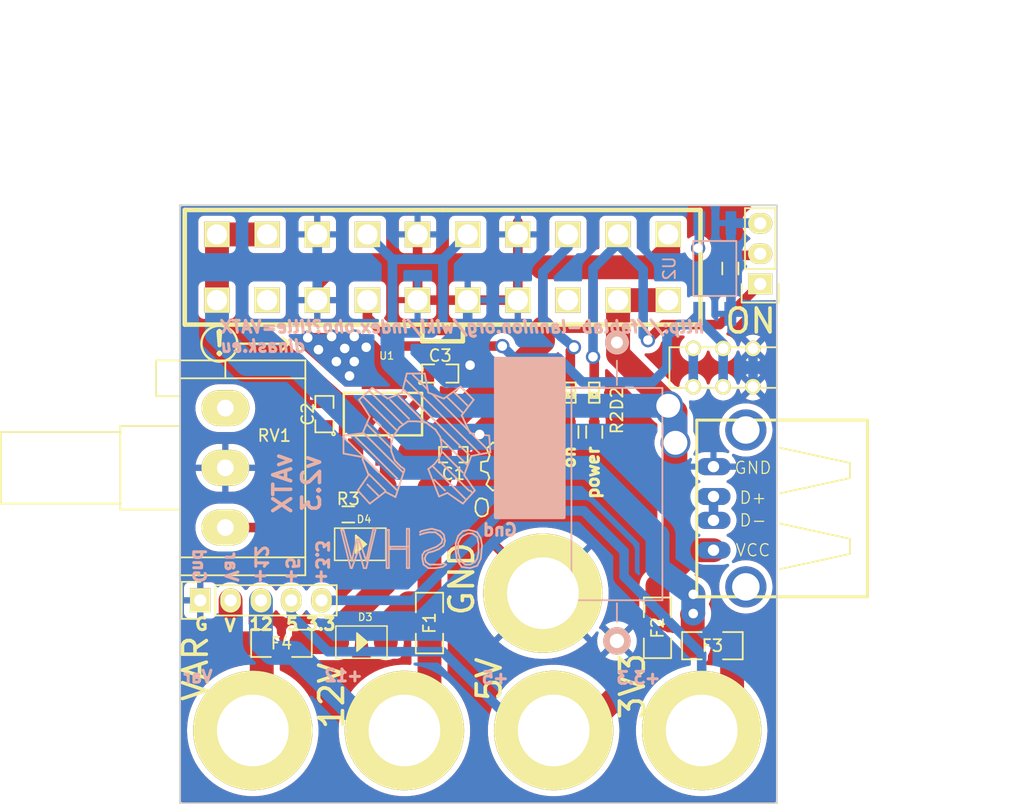
<source format=kicad_pcb>
(kicad_pcb (version 20221018) (generator pcbnew)
  (title_block (title "VATX : Variable ATX Power Supply") (date "18 mai 2015") (rev "v2.3") (company "FabLab Lannion") (comment 1 "Jérôme Labidurie"))
  (layers (0 "F.Cu" signal) (31 "B.Cu" signal) (34 "B.Paste" user) (35 "F.Paste" user) (36 "B.SilkS" user "B.Silkscreen") (37 "F.SilkS" user "F.Silkscreen") (38 "B.Mask" user) (39 "F.Mask" user) (44 "Edge.Cuts" user))
  (net 0 "")
  (net 1 "POK")
  (net 2 "Net-(D1-Pad2)")
  (net 3 "+5VSB")
  (net 4 "Net-(D2-Pad2)")
  (net 5 "+12V")
  (net 6 "+VAR")
  (net 7 "Net-(C2-Pad1)")
  (net 8 "+5V")
  (net 9 "Net-(J1-Pad2)")
  (net 10 "GND")
  (net 11 "+3.3V")
  (net 12 "PSON")
  (net 13 "f+5V")
  (net 14 "f+3.3V")
  (net 15 "f+VAR")
  (net 16 "f+12V")
  (net 17 "Net-(SW1-Pad1)")
  (net 18 "Net-(P8-Pad2)")
  (net 19 "Net-(R4-Pad2)")
  (footprint "atx:ATX_NON_90DEG" (layer "F.Cu") (at 128.8 54.8)
    (fp_text reference "P1" hide)
    (fp_text value "CONN_10X2" hide)
    (pad "1" thru_hole rect (at -18.90014 -2.75082 180) (size 2.12598 2.12598) (drill 1.69926) (layers "*.Cu" "*.Mask" "F.SilkS") (net 11 "+3.3V"))
    (pad "2" thru_hole rect (at -18.90014 2.75082 180) (size 2.12598 2.12598) (drill 1.69926) (layers "*.Cu" "*.Mask" "F.SilkS") (net 11 "+3.3V"))
    (pad "3" thru_hole rect (at -14.69898 -2.75082 180) (size 2.12598 2.12598) (drill 1.69926) (layers "*.Cu" "*.Mask" "F.SilkS") (net 11 "+3.3V"))
    (pad "4" thru_hole rect (at -14.69898 2.75082 180) (size 2.12598 2.12598) (drill 1.69926) (layers "*.Cu" "*.Mask" "F.SilkS"))
    (pad "5" thru_hole rect (at -10.50036 -2.75082 180) (size 2.12598 2.12598) (drill 1.69926) (layers "*.Cu" "*.Mask" "F.SilkS") (net 10 "GND"))
    (pad "6" thru_hole rect (at -10.50036 2.75082 180) (size 2.12598 2.12598) (drill 1.69926) (layers "*.Cu" "*.Mask" "F.SilkS") (net 10 "GND"))
    (pad "7" thru_hole rect (at -6.2992 -2.75082 180) (size 2.12598 2.12598) (drill 1.69926) (layers "*.Cu" "*.Mask" "F.SilkS") (net 8 "+5V"))
    (pad "8" thru_hole rect (at -6.2992 2.75082 180) (size 2.12598 2.12598) (drill 1.69926) (layers "*.Cu" "*.Mask" "F.SilkS") (net 12 "PSON"))
    (pad "9" thru_hole rect (at -2.10058 -2.75082 180) (size 2.12598 2.12598) (drill 1.69926) (layers "*.Cu" "*.Mask" "F.SilkS") (net 10 "GND"))
    (pad "10" thru_hole rect (at -2.10058 2.75082 180) (size 2.12598 2.12598) (drill 1.69926) (layers "*.Cu" "*.Mask" "F.SilkS") (net 10 "GND"))
    (pad "11" thru_hole rect (at 2.10058 -2.75082 180) (size 2.12598 2.12598) (drill 1.69926) (layers "*.Cu" "*.Mask" "F.SilkS") (net 8 "+5V"))
    (pad "12" thru_hole rect (at 2.10058 2.75082 180) (size 2.12598 2.12598) (drill 1.69926) (layers "*.Cu" "*.Mask" "F.SilkS") (net 10 "GND"))
    (pad "13" thru_hole rect (at 6.2992 -2.75082 180) (size 2.12598 2.12598) (drill 1.69926) (layers "*.Cu" "*.Mask" "F.SilkS") (net 10 "GND"))
    (pad "14" thru_hole rect (at 6.2992 2.75082 180) (size 2.12598 2.12598) (drill 1.69926) (layers "*.Cu" "*.Mask" "F.SilkS") (net 10 "GND"))
    (pad "15" thru_hole rect (at 10.50036 -2.75082 180) (size 2.12598 2.12598) (drill 1.69926) (layers "*.Cu" "*.Mask" "F.SilkS") (net 1 "POK"))
    (pad "16" thru_hole rect (at 10.50036 2.75082 180) (size 2.12598 2.12598) (drill 1.69926) (layers "*.Cu" "*.Mask" "F.SilkS"))
    (pad "17" thru_hole rect (at 14.69898 -2.75082 180) (size 2.12598 2.12598) (drill 1.69926) (layers "*.Cu" "*.Mask" "F.SilkS") (net 3 "+5VSB"))
    (pad "18" thru_hole rect (at 14.69898 2.75082 180) (size 2.12598 2.12598) (drill 1.69926) (layers "*.Cu" "*.Mask" "F.SilkS") (net 8 "+5V"))
    (pad "19" thru_hole rect (at 18.90014 -2.75082 180) (size 2.12598 2.12598) (drill 1.69926) (layers "*.Cu" "*.Mask" "F.SilkS") (net 5 "+12V"))
    (pad "20" thru_hole rect (at 18.90014 2.75082 180) (size 2.12598 2.12598) (drill 1.69926) (layers "*.Cu" "*.Mask" "F.SilkS") (net 8 "+5V"))
  )
  (footprint "atx:Banana_single_6mmDrill" (layer "F.Cu") (at 125.6 93.6)
    (fp_text reference "P3" hide)
    (fp_text value "CONN_1" hide)
    (pad "1" thru_hole circle (at 0 0) (size 10 10) (drill 6) (layers "*.Cu" "*.Mask" "F.SilkS") (net 16 "f+12V"))
  )
  (footprint "atx:Banana_single_6mmDrill" (layer "F.Cu") (at 150.5 93.6)
    (fp_text reference "P5" hide)
    (fp_text value "CONN_1" hide)
    (pad "1" thru_hole circle (at 0 0) (size 10 10) (drill 6) (layers "*.Cu" "*.Mask" "F.SilkS") (net 14 "f+3.3V"))
  )
  (footprint "atx:Banana_single_6mmDrill" (layer "F.Cu") (at 112.9 93.6)
    (fp_text reference "P6" hide)
    (fp_text value "CONN_1" hide)
    (pad "1" thru_hole circle (at 0 0) (size 10 10) (drill 6) (layers "*.Cu" "*.Mask" "F.SilkS") (net 15 "f+VAR"))
  )
  (footprint "atx:Banana_single_6mmDrill" (layer "F.Cu") (at 137.2 82.1)
    (fp_text reference "P7" hide)
    (fp_text value "CONN_1" hide)
    (pad "1" thru_hole circle (at 0 0) (size 10 10) (drill 6) (layers "*.Cu" "*.Mask" "F.SilkS") (net 10 "GND"))
  )
  (footprint "Potentiometers:Potentiometer_Alps-RK16-single_largePads" (layer "F.Cu") (at 110.6 76.6 180)
    (fp_text reference "RV1" (at -4.1 7.7 180) (layer "F.SilkS"))
    (fp_text value "1K" hide)
    (pad "1" thru_hole oval (at 0 0 180) (size 4.0005 2.99974) (drill 1.39954) (layers "*.Cu" "*.Mask" "F.SilkS") (net 7 "Net-(C2-Pad1)"))
    (pad "2" thru_hole oval (at 0 5.00126 180) (size 4.0005 2.99974) (drill 1.39954) (layers "*.Cu" "*.Mask" "F.SilkS") (net 10 "GND"))
    (pad "3" thru_hole oval (at 0 10.00252 180) (size 4.0005 2.99974) (drill 1.39954) (layers "*.Cu" "*.Mask" "F.SilkS"))
  )
  (footprint "SMD_Packages:SMD-0603_c" (layer "F.Cu") (at 129.7 70.5)
    (fp_text reference "C1" (at 0 1.6 180) (layer "F.SilkS"))
    (fp_text value "0.1µF" hide)
    (pad "1" smd rect (at -0.762 0) (size 0.635 1.143) (layers "F.Cu" "F.Paste" "F.Mask") (net 5 "+12V"))
    (pad "2" smd rect (at 0.762 0) (size 0.635 1.143) (layers "F.Cu" "F.Paste" "F.Mask") (net 10 "GND"))
  )
  (footprint "SMD_Packages:SMD-0805" (layer "F.Cu") (at 118.9 67.1 90)
    (fp_text reference "C2" (at 0 -1.4 90) (layer "F.SilkS"))
    (fp_text value "10µF" hide)
    (pad "1" smd rect (at -0.9525 0 90) (size 0.889 1.397) (layers "F.Cu" "F.Paste" "F.Mask") (net 7 "Net-(C2-Pad1)"))
    (pad "2" smd rect (at 0.9525 0 90) (size 0.889 1.397) (layers "F.Cu" "F.Paste" "F.Mask") (net 10 "GND"))
  )
  (footprint "SMD_Packages:SMD-0805" (layer "F.Cu") (at 128.6 63.7)
    (fp_text reference "C3" (at 0 -1.5) (layer "F.SilkS"))
    (fp_text value "1µF" hide)
    (pad "1" smd rect (at -0.9525 0) (size 0.889 1.397) (layers "F.Cu" "F.Paste" "F.Mask") (net 6 "+VAR"))
    (pad "2" smd rect (at 0.9525 0) (size 0.889 1.397) (layers "F.Cu" "F.Paste" "F.Mask") (net 10 "GND"))
  )
  (footprint "LEDs:LED-0603" (layer "F.Cu") (at 139.5 65.3 -90)
    (fp_text reference "D1" (at 0 1.9 270) (layer "F.SilkS"))
    (fp_text value "blue" hide)
    (pad "1" smd rect (at -0.7493 0 270) (size 0.79756 0.79756) (layers "F.Cu" "F.Paste" "F.Mask") (net 1 "POK"))
    (pad "2" smd rect (at 0.7493 0 270) (size 0.79756 0.79756) (layers "F.Cu" "F.Paste" "F.Mask") (net 2 "Net-(D1-Pad2)"))
  )
  (footprint "LEDs:LED-0603" (layer "F.Cu") (at 141.5 65.3 -90)
    (fp_text reference "D2" (at 0.5 -1.9 270) (layer "F.SilkS"))
    (fp_text value "yellow" hide)
    (pad "1" smd rect (at -0.7493 0 270) (size 0.79756 0.79756) (layers "F.Cu" "F.Paste" "F.Mask") (net 3 "+5VSB"))
    (pad "2" smd rect (at 0.7493 0 270) (size 0.79756 0.79756) (layers "F.Cu" "F.Paste" "F.Mask") (net 4 "Net-(D2-Pad2)"))
  )
  (footprint "SMD_Packages:SMD-1206" (layer "F.Cu") (at 146.8 85 -90)
    (fp_text reference "F2" (at 0 0 270) (layer "F.SilkS"))
    (fp_text value "FUSE" hide)
    (pad "1" smd rect (at -1.651 0 270) (size 1.524 2.032) (layers "F.Cu" "F.Paste" "F.Mask") (net 8 "+5V"))
    (pad "2" smd rect (at 1.651 0 270) (size 1.524 2.032) (layers "F.Cu" "F.Paste" "F.Mask") (net 13 "f+5V"))
  )
  (footprint "SMD_Packages:SMD-1206" (layer "F.Cu") (at 151.4 86.5)
    (fp_text reference "F3" (at 0 0) (layer "F.SilkS"))
    (fp_text value "FUSE" hide)
    (pad "1" smd rect (at -1.651 0) (size 1.524 2.032) (layers "F.Cu" "F.Paste" "F.Mask") (net 11 "+3.3V"))
    (pad "2" smd rect (at 1.651 0) (size 1.524 2.032) (layers "F.Cu" "F.Paste" "F.Mask") (net 14 "f+3.3V"))
  )
  (footprint "Resistors_SMD:R_0603" (layer "F.Cu") (at 139.5 68.6 -90)
    (fp_text reference "R1" (at 0 1.9 270) (layer "F.SilkS"))
    (fp_text value "470" hide)
    (pad "1" smd rect (at -0.75 0 270) (size 0.5 0.9) (layers "F.Cu" "F.Paste" "F.Mask") (net 2 "Net-(D1-Pad2)"))
    (pad "2" smd rect (at 0.75 0 270) (size 0.5 0.9) (layers "F.Cu" "F.Paste" "F.Mask") (net 10 "GND"))
  )
  (footprint "Resistors_SMD:R_0603" (layer "F.Cu") (at 141.5 68.6 -90)
    (fp_text reference "R2" (at -0.8 -1.9 270) (layer "F.SilkS"))
    (fp_text value "680" hide)
    (pad "1" smd rect (at -0.75 0 270) (size 0.5 0.9) (layers "F.Cu" "F.Paste" "F.Mask") (net 4 "Net-(D2-Pad2)"))
    (pad "2" smd rect (at 0.75 0 270) (size 0.5 0.9) (layers "F.Cu" "F.Paste" "F.Mask") (net 10 "GND"))
  )
  (footprint "Resistors_SMD:R_0603" (layer "F.Cu") (at 120.9 75.5 180)
    (fp_text reference "R3" (at 0 1.3 180) (layer "F.SilkS"))
    (fp_text value "100" hide)
    (pad "1" smd rect (at -0.75 0 180) (size 0.5 0.9) (layers "F.Cu" "F.Paste" "F.Mask") (net 6 "+VAR"))
    (pad "2" smd rect (at 0.75 0 180) (size 0.5 0.9) (layers "F.Cu" "F.Paste" "F.Mask") (net 7 "Net-(C2-Pad1)"))
  )
  (footprint "atx:Banana_single_6mmDrill" (layer "F.Cu") (at 138.1 93.6)
    (fp_text reference "P4" hide)
    (fp_text value "CONN_1" hide)
    (pad "1" thru_hole circle (at 0 0) (size 10 10) (drill 6) (layers "*.Cu" "*.Mask" "F.SilkS") (net 13 "f+5V"))
  )
  (footprint "SMD_Packages:SMD-1206" (layer "F.Cu") (at 127.7 84.6 -90)
    (fp_text reference "F1" (at 0 0 270) (layer "F.SilkS"))
    (fp_text value "FUSE" hide)
    (pad "1" smd rect (at -1.651 0 270) (size 1.524 2.032) (layers "F.Cu" "F.Paste" "F.Mask") (net 5 "+12V"))
    (pad "2" smd rect (at 1.651 0 270) (size 1.524 2.032) (layers "F.Cu" "F.Paste" "F.Mask") (net 16 "f+12V"))
  )
  (footprint "SMD_Packages:SMD-1206" (layer "F.Cu") (at 115.3 86.3 180)
    (fp_text reference "F4" (at 0 0 180) (layer "F.SilkS"))
    (fp_text value "FUSE" hide)
    (pad "1" smd rect (at -1.651 0 180) (size 1.524 2.032) (layers "F.Cu" "F.Paste" "F.Mask") (net 6 "+VAR"))
    (pad "2" smd rect (at 1.651 0 180) (size 1.524 2.032) (layers "F.Cu" "F.Paste" "F.Mask") (net 15 "f+VAR"))
  )
  (footprint "Footprint_Symbols:Symbol_OSHW-Logo_SilkScreen" (layer "F.Cu") (at 134.5 71.5)
    (fp_text reference "Symbol_OSHW-Logo_SilkScreen" hide)
    (fp_text value "VAL**" hide)
  )
  (footprint "opl:SOT223" (layer "F.Cu") (at 123.8 67.1)
    (fp_text reference "U1" (at 0.3175 -4.8895) (layer "F.SilkS") (effects (font (size 0.625 0.625) (thickness 0.1))))
    (fp_text value "LM317T" hide)
    (pad "1" smd rect (at -2.286 3.175) (size 1.27 2.286) (layers "F.Cu" "F.Paste" "F.Mask") (net 7 "Net-(C2-Pad1)"))
    (pad "2" smd rect (at 0 -3.175) (size 3.556 2.159) (layers "F.Cu" "F.Paste" "F.Mask") (net 6 "+VAR"))
    (pad "2" smd rect (at 0 3.175) (size 1.27 2.286) (layers "F.Cu" "F.Paste" "F.Mask") (net 6 "+VAR"))
    (pad "3" smd rect (at 2.286 3.175) (size 1.27 2.286) (layers "F.Cu" "F.Paste" "F.Mask") (net 5 "+12V"))
  )
  (footprint "opl:TS-1101F" (layer "F.Cu") (at 152.3 63.2)
    (fp_text reference "SW1" hide)
    (fp_text value "SWITCH_INV" hide)
    (pad "1" thru_hole circle (at -2.5 -1.6) (size 1.3 1.3) (drill 0.9) (layers "*.Cu" "*.Mask" "F.SilkS") (net 17 "Net-(SW1-Pad1)"))
    (pad "1" thru_hole circle (at -2.5 1.6) (size 1.3 1.3) (drill 0.9) (layers "*.Cu" "*.Mask" "F.SilkS") (net 17 "Net-(SW1-Pad1)"))
    (pad "2" thru_hole circle (at 0 -1.6) (size 1.3 1.3) (drill 0.9) (layers "*.Cu" "*.Mask" "F.SilkS") (net 12 "PSON"))
    (pad "2" thru_hole circle (at 0 1.6) (size 1.3 1.3) (drill 0.9) (layers "*.Cu" "*.Mask" "F.SilkS") (net 12 "PSON"))
    (pad "3" thru_hole circle (at 2.5 -1.6) (size 1.3 1.3) (drill 0.9) (layers "*.Cu" "*.Mask" "F.SilkS") (net 10 "GND"))
    (pad "3" thru_hole circle (at 2.5 1.6) (size 1.3 1.3) (drill 0.9) (layers "*.Cu" "*.Mask" "F.SilkS") (net 10 "GND"))
  )
  (footprint "opl:4P-2.0-90D" (layer "F.Cu") (at 154.2 75 90)
    (fp_text reference "J1" hide)
    (fp_text value "USB" hide)
    (fp_text user "D-" (at -1 0.6 180) (layer "F.SilkS") (effects (font (size 1.016 1.016) (thickness 0.1))))
    (fp_text user "GND" (at 3.4 0.6 180) (layer "F.SilkS") (effects (font (size 1.016 1.016) (thickness 0.1))))
    (fp_text user "VCC" (at -3.5 0.6 180) (layer "F.SilkS") (effects (font (size 1.016 1.016) (thickness 0.1))))
    (fp_text user "D+" (at 0.9 0.6 180) (layer "F.SilkS") (effects (font (size 1.016 1.016) (thickness 0.1))))
    (pad "1" thru_hole oval (at -3.5 -2.71 180) (size 2.85 1.425) (drill 0.95) (layers "*.Cu" "*.Mask") (net 8 "+5V"))
    (pad "2" thru_hole oval (at -1 -2.71 180) (size 2.85 1.425) (drill 0.95) (layers "*.Cu" "*.Mask") (net 9 "Net-(J1-Pad2)"))
    (pad "3" thru_hole oval (at 1 -2.71 180) (size 2.85 1.425) (drill 0.95) (layers "*.Cu" "*.Mask") (net 9 "Net-(J1-Pad2)"))
    (pad "4" thru_hole oval (at 3.5 -2.71 180) (size 2.85 1.425) (drill 0.95) (layers "*.Cu" "*.Mask") (net 10 "GND"))
    (pad "SG1" thru_hole circle (at -6.57 0 90) (size 3.45 3.45) (drill 2.3) (layers "*.Cu" "*.Mask"))
    (pad "SG2" thru_hole circle (at 6.57 0 90) (size 3.45 3.45) (drill 2.3) (layers "*.Cu" "*.Mask"))
  )
  (footprint "opl:DO-214AC" (layer "F.Cu") (at 122 86.2)
    (fp_text reference "D3" (at 0.3175 -2.0955) (layer "F.SilkS") (effects (font (size 0.625 0.625) (thickness 0.1))))
    (fp_text value "1N4007" hide)
    (pad "1" smd rect (at -2.042 0 90) (size 1.77 1.8) (layers "F.Cu" "F.Paste" "F.Mask") (net 6 "+VAR"))
    (pad "2" smd rect (at 2.042 0 90) (size 1.77 1.8) (layers "F.Cu" "F.Paste" "F.Mask") (net 5 "+12V"))
  )
  (footprint "opl:DO-214AC" (layer "F.Cu") (at 121.9 78)
    (fp_text reference "D4" (at 0.3175 -2.0955) (layer "F.SilkS") (effects (font (size 0.625 0.625) (thickness 0.1))))
    (fp_text value "1N4007" hide)
    (pad "1" smd rect (at -2.042 0 90) (size 1.77 1.8) (layers "F.Cu" "F.Paste" "F.Mask") (net 7 "Net-(C2-Pad1)"))
    (pad "2" smd rect (at 2.042 0 90) (size 1.77 1.8) (layers "F.Cu" "F.Paste" "F.Mask") (net 6 "+VAR"))
  )
  (footprint "Pin_Headers:Pin_Header_Straight_1x05" (layer "F.Cu") (at 108.5 82.7 90)
    (fp_text reference "P2" hide)
    (fp_text value "CONN_01X05" hide)
    (pad "1" thru_hole rect (at 0 0 90) (size 2.032 1.7272) (drill 1.016) (layers "*.Cu" "*.Mask" "F.SilkS") (net 10 "GND"))
    (pad "2" thru_hole oval (at 0 2.54 90) (size 2.032 1.7272) (drill 1.016) (layers "*.Cu" "*.Mask" "F.SilkS") (net 15 "f+VAR"))
    (pad "3" thru_hole oval (at 0 5.08 90) (size 2.032 1.7272) (drill 1.016) (layers "*.Cu" "*.Mask" "F.SilkS") (net 16 "f+12V"))
    (pad "4" thru_hole oval (at 0 7.62 90) (size 2.032 1.7272) (drill 1.016) (layers "*.Cu" "*.Mask" "F.SilkS") (net 13 "f+5V"))
    (pad "5" thru_hole oval (at 0 10.16 90) (size 2.032 1.7272) (drill 1.016) (layers "*.Cu" "*.Mask" "F.SilkS") (net 14 "f+3.3V"))
  )
  (footprint "Resistors_SMD:R_0603_HandSoldering" (layer "F.Cu") (at 152.9 54.9 -90)
    (fp_text reference "R4" hide)
    (fp_text value "R" hide)
    (pad "1" smd rect (at -1.1 0 270) (size 1.2 0.9) (layers "F.Cu" "F.Paste" "F.Mask") (net 18 "Net-(P8-Pad2)"))
    (pad "2" smd rect (at 1.1 0 270) (size 1.2 0.9) (layers "F.Cu" "F.Paste" "F.Mask") (net 19 "Net-(R4-Pad2)"))
  )
  (footprint "Pin_Headers:Pin_Header_Straight_1x03" (layer "F.Cu") (at 155.4 56.2 180)
    (fp_text reference "P8" hide)
    (fp_text value "CONN_01X03" hide)
    (pad "1" thru_hole rect (at 0 0 180) (size 2.032 1.7272) (drill 1.016) (layers "*.Cu" "*.Mask" "F.SilkS") (net 3 "+5VSB"))
    (pad "2" thru_hole oval (at 0 2.54 180) (size 2.032 1.7272) (drill 1.016) (layers "*.Cu" "*.Mask" "F.SilkS") (net 18 "Net-(P8-Pad2)"))
    (pad "3" thru_hole oval (at 0 5.08 180) (size 2.032 1.7272) (drill 1.016) (layers "*.Cu" "*.Mask" "F.SilkS") (net 10 "GND"))
  )
  (footprint "Footprint_Symbols:Symbol_OSHW-Logo_SilkScreen_BIG" (layer "B.Cu") (at 126.5 50.5 180)
    (fp_text reference "Symbol_OSHW-Logo_SilkScreen_BIG" hide)
    (fp_text value "VAL**" hide)
  )
  (footprint "Resistors_ThroughHole:Resistor_Horizontal_RM25mm" (layer "B.Cu") (at 143.4 73.6 -90)
    (fp_text reference "R5" hide)
    (fp_text value "10 9W" hide)
    (pad "1" thru_hole circle (at -12.49934 0 270) (size 1.99898 1.99898) (drill 1.00076) (layers "*.Cu" "*.SilkS" "*.Mask") (net 8 "+5V"))
    (pad "2" thru_hole circle (at 12.49934 0 270) (size 2.30124 2.30124) (drill 1.19888) (layers "*.Cu" "*.SilkS" "*.Mask") (net 10 "GND"))
  )
  (footprint "Opto-Devices:Optocoupler_SMD_HandSoldering_KPC357_LTV35x_PC357_SingleChannel" (layer "B.Cu") (at 151.6 54.9 -90)
    (fp_text reference "U2" (at 0 3.81 270) (layer "B.SilkS") (effects (justify mirror)))
    (fp_text value "OPTO-TRANSISTOR4" hide)
    (pad "1" smd rect (at -3.79984 1.30048 270) (size 1.99898 1.00076) (layers "B.Cu" "B.Paste" "B.Mask") (net 19 "Net-(R4-Pad2)"))
    (pad "2" smd rect (at -3.79984 -1.34874 270) (size 1.99898 0.89916) (layers "B.Cu" "B.Paste" "B.Mask") (net 10 "GND"))
    (pad "3" smd rect (at 3.79984 -1.30048 270) (size 1.99898 1.00076) (layers "B.Cu" "B.Paste" "B.Mask") (net 10 "GND"))
    (pad "4" smd rect (at 3.79984 1.30048 270) (size 1.99898 1.00076) (layers "B.Cu" "B.Paste" "B.Mask") (net 12 "PSON"))
  )
  (gr_line (start 115.9 61.2) (end 115.4 60.7) (stroke (width 0.2)) (layer "F.SilkS"))
  (gr_circle (center 110.1 61.2) (end 111.6 61.3) (stroke (width 0.2)) (fill none) (layer "F.SilkS"))
  (gr_line (start 115.9 61.2) (end 115.4 61.7) (stroke (width 0.2)) (layer "F.SilkS"))
  (gr_line (start 115.4 60.7) (end 115.9 61.2) (stroke (width 0.2)) (layer "F.SilkS"))
  (gr_line (start 111.8 61.2) (end 115.9 61.2) (stroke (width 0.2)) (layer "F.SilkS"))
  (gr_line (start 106.8 99.7) (end 156.8 99.7) (stroke (width 0.15)) (layer "Edge.Cuts"))
  (gr_line (start 106.8 49.6) (end 106.8 99.7) (stroke (width 0.15)) (layer "Edge.Cuts"))
  (gr_line (start 156.8 49.6) (end 106.8 49.6) (stroke (width 0.15)) (layer "Edge.Cuts"))
  (gr_line (start 156.8 99.7) (end 156.8 49.6) (stroke (width 0.15)) (layer "Edge.Cuts"))
  (gr_text "vATX\nv2.3" (at 116.6 72.9 90) (layer "B.SilkS") (effects (font (size 1.5 1.5) (thickness 0.3)) (justify mirror)))
  (gr_text "+5" (at 133.2 89.2) (layer "B.SilkS") (effects (font (size 1 1) (thickness 0.25)) (justify mirror)))
  (gr_text "Gnd" (at 108.4 79.8 270) (layer "B.SilkS") (effects (font (size 1 1) (thickness 0.25)) (justify mirror)))
  (gr_text "Gnd" (at 133.6 76.8) (layer "B.SilkS") (effects (font (size 1 1) (thickness 0.25)) (justify mirror)))
  (gr_text "http://fablab-lannion.org/wiki/index.php?title=VATX\ndinask.eu" (at 110.1 60.6) (layer "B.SilkS") (effects (font (size 1 1) (thickness 0.25) italic) (justify right mirror)))
  (gr_text "+5" (at 116.2 80.2 270) (layer "B.SilkS") (effects (font (size 1 1) (thickness 0.25)) (justify mirror)))
  (gr_text "+12" (at 113.6 79.7 270) (layer "B.SilkS") (effects (font (size 1 1) (thickness 0.25)) (justify mirror)))
  (gr_text "+12" (at 120.5 89) (layer "B.SilkS") (effects (font (size 1 1) (thickness 0.25)) (justify mirror)))
  (gr_text "Var" (at 111.1 79.9 270) (layer "B.SilkS") (effects (font (size 1 1) (thickness 0.25)) (justify mirror)))
  (gr_text "Var" (at 108.3 89.1) (layer "B.SilkS") (effects (font (size 1 1) (thickness 0.25)) (justify mirror)))
  (gr_text "+3.3" (at 145.2 89.2) (layer "B.SilkS") (effects (font (size 1 1) (thickness 0.25)) (justify mirror)))
  (gr_text "+3.3" (at 118.7 79.5 270) (layer "B.SilkS") (effects (font (size 1 1) (thickness 0.25)) (justify mirror)))
  (gr_text "12V" (at 119.5 90.7 90) (layer "F.SilkS") (effects (font (size 2 2) (thickness 0.3))))
  (gr_text "GND" (at 130.4 80.9 90) (layer "F.SilkS") (effects (font (size 2 2) (thickness 0.3))))
  (gr_text "V" (at 111 84.8) (layer "F.SilkS") (effects (font (size 1 1) (thickness 0.25))))
  (gr_text "G" (at 108.6 84.7) (layer "F.SilkS") (effects (font (size 1 1) (thickness 0.25))))
  (gr_text "3V3" (at 144.7 89.9 90) (layer "F.SilkS") (effects (font (size 2 2) (thickness 0.3))))
  (gr_text "!" (at 110.1 61.2) (layer "F.SilkS") (effects (font (size 2 2) (thickness 0.3))))
  (gr_text "12\n" (at 113.6 84.7) (layer "F.SilkS") (effects (font (size 1 1) (thickness 0.25))))
  (gr_text "5V" (at 132.7 89.3 90) (layer "F.SilkS") (effects (font (size 2 2) (thickness 0.3))))
  (gr_text "5" (at 116.2 84.7) (layer "F.SilkS") (effects (font (size 1 1) (thickness 0.25))))
  (gr_text "3.3" (at 118.6 84.7) (layer "F.SilkS") (effects (font (size 1 1) (thickness 0.25))))
  (gr_text "on" (at 139.4 70.7 90) (layer "F.SilkS") (effects (font (size 1 1) (thickness 0.25))))
  (gr_text "VAR" (at 108.1 88.4 90) (layer "F.SilkS") (effects (font (size 2 2) (thickness 0.3))))
  (gr_text "power" (at 141.4 72 90) (layer "F.SilkS") (effects (font (size 1 1) (thickness 0.25))))
  (gr_text "ON" (at 154.6 59.3) (layer "F.SilkS") (effects (font (size 2 2) (thickness 0.3))))
  (segment (start 139.8 61.5) (end 139.5 61.8) (width 0.8) (layer "F.Cu") (net 1))
  (segment (start 139.5 61.8) (end 139.5 64.5507) (width 0.8) (layer "F.Cu") (net 1))
  (via (at 139.8 61.5) (size 1.2) (drill 0.8) (layers "F.Cu" "B.Cu") (net 1))
  (segment (start 139.30036 53.09964) (end 137.2 55.2) (width 0.8) (layer "B.Cu") (net 1))
  (segment (start 137.2 55.2) (end 137.2 59.1) (width 0.8) (layer "B.Cu") (net 1))
  (segment (start 137.2 59.1) (end 138.7 60.6) (width 0.8) (layer "B.Cu") (net 1))
  (segment (start 138.7 60.6) (end 139.8 61.5) (width 0.8) (layer "B.Cu") (net 1))
  (segment (start 139.30036 52.04918) (end 139.30036 53.09964) (width 0.8) (layer "B.Cu") (net 1))
  (segment (start 139.5 66.0493) (end 139.5 67.85) (width 0.8) (layer "F.Cu") (net 2))
  (segment (start 141.4 62.3) (end 141.5 62.4) (width 0.8) (layer "F.Cu") (net 3))
  (segment (start 141.5 62.4) (end 141.5 64.5507) (width 0.8) (layer "F.Cu") (net 3))
  (segment (start 146 60.9) (end 147.3 59.6) (width 0.8) (layer "F.Cu") (net 3))
  (segment (start 147.3 59.6) (end 152 59.6) (width 0.8) (layer "F.Cu") (net 3))
  (segment (start 152 59.6) (end 155.4 56.2) (width 0.8) (layer "F.Cu") (net 3))
  (via (at 146 60.9) (size 1.2) (drill 0.8) (layers "F.Cu" "B.Cu") (net 3))
  (via (at 141.4 62.3) (size 1.2) (drill 0.8) (layers "F.Cu" "B.Cu") (net 3))
  (segment (start 143.49898 52.80102) (end 141.4 54.9) (width 0.8) (layer "B.Cu") (net 3))
  (segment (start 141.4 54.9) (end 141.4 62.3) (width 0.8) (layer "B.Cu") (net 3))
  (segment (start 143.49898 52.80102) (end 143.49898 52.04918) (width 0.8) (layer "B.Cu") (net 3))
  (segment (start 143.49898 52.89898) (end 145.6 55) (width 0.8) (layer "B.Cu") (net 3))
  (segment (start 145.6 55) (end 145.6 60.5) (width 0.8) (layer "B.Cu") (net 3))
  (segment (start 145.6 60.5) (end 146 60.9) (width 0.8) (layer "B.Cu") (net 3))
  (segment (start 143.49898 52.04918) (end 143.49898 52.80102) (width 0.8) (layer "B.Cu") (net 3))
  (segment (start 143.49898 52.04918) (end 143.49898 52.59898) (width 0.8) (layer "B.Cu") (net 3))
  (segment (start 143.49898 52.04918) (end 143.49898 52.89898) (width 0.8) (layer "B.Cu") (net 3))
  (segment (start 141.5 66.0493) (end 141.5 67.85) (width 0.8) (layer "F.Cu") (net 4))
  (segment (start 128.713 70.275) (end 128.561998 70.123998) (width 0.8) (layer "F.Cu") (net 5))
  (segment (start 128.336998 70.275) (end 128.561998 70.5) (width 2) (layer "F.Cu") (net 5))
  (segment (start 128.561998 70.5) (end 128.561998 70.123998) (width 2) (layer "F.Cu") (net 5))
  (segment (start 128.561998 70.123998) (end 128.938 70.5) (width 0.8) (layer "F.Cu") (net 5))
  (segment (start 128.2 70.275) (end 128.336998 70.275) (width 2) (layer "F.Cu") (net 5))
  (segment (start 128.2 69.1) (end 133.7 63.6) (width 2) (layer "F.Cu") (net 5))
  (segment (start 133.7 63.6) (end 134.6 63.6) (width 2) (layer "F.Cu") (net 5))
  (segment (start 134.6 63.6) (end 137.2 61) (width 2) (layer "F.Cu") (net 5))
  (segment (start 137.2 61) (end 137.2 59.9) (width 2) (layer "F.Cu") (net 5))
  (segment (start 146.4 54.8) (end 147.70014 53.49986) (width 2) (layer "F.Cu") (net 5))
  (segment (start 147.70014 53.49986) (end 147.70014 52.04918) (width 2) (layer "F.Cu") (net 5))
  (segment (start 124.042 84.858) (end 125.951 82.949) (width 2) (layer "F.Cu") (net 5))
  (segment (start 125.951 82.949) (end 127.7 82.949) (width 2) (layer "F.Cu") (net 5))
  (segment (start 128.561998 72.438002) (end 127.7 73.3) (width 2) (layer "F.Cu") (net 5))
  (segment (start 127.7 73.3) (end 127.7 82.949) (width 2) (layer "F.Cu") (net 5))
  (segment (start 141.4 54.8) (end 146.4 54.8) (width 2) (layer "F.Cu") (net 5))
  (segment (start 141.4 59.3) (end 140.8 59.9) (width 0.8) (layer "F.Cu") (net 5))
  (segment (start 140.8 59.9) (end 137.2 59.9) (width 0.8) (layer "F.Cu") (net 5))
  (segment (start 137.2 54.8) (end 137.1 54.8) (width 2) (layer "F.Cu") (net 5))
  (segment (start 141.4 54.8) (end 141.4 59.3) (width 0.8) (layer "F.Cu") (net 5))
  (segment (start 124.042 86.2) (end 124.042 84.858) (width 2) (layer "F.Cu") (net 5))
  (segment (start 126.086 70.275) (end 128.2 70.275) (width 2) (layer "F.Cu") (net 5))
  (segment (start 128.2 70.275) (end 128.2 69.1) (width 2) (layer "F.Cu") (net 5))
  (segment (start 137.2 54.8) (end 137.2 59.9) (width 0.8) (layer "F.Cu") (net 5))
  (segment (start 147.70014 52.04918) (end 147.70014 52.79986) (width 0.8) (layer "F.Cu") (net 5))
  (segment (start 128.561998 70.5) (end 128.561998 72.438002) (width 2) (layer "F.Cu") (net 5))
  (segment (start 141.4 54.8) (end 137.2 54.8) (width 2) (layer "F.Cu") (net 5))
  (segment (start 127.6475 65.1525) (end 125.5 67.3) (width 0.8) (layer "F.Cu") (net 6))
  (segment (start 125.5 67.3) (end 125 67.3) (width 0.8) (layer "F.Cu") (net 6))
  (segment (start 125 67.3) (end 123.8 68.5) (width 0.8) (layer "F.Cu") (net 6))
  (segment (start 123.8 68.5) (end 123.8 70.275) (width 0.8) (layer "F.Cu") (net 6))
  (segment (start 127.4225 63.925) (end 127.6475 63.7) (width 0.8) (layer "F.Cu") (net 6))
  (segment (start 121.025 63.925) (end 121 63.9) (width 0.8) (layer "F.Cu") (net 6))
  (segment (start 121.4 62.7) (end 119.9 62.7) (width 0.8) (layer "F.Cu") (net 6))
  (segment (start 118.4 61.7) (end 118.5 61.6) (width 0.8) (layer "F.Cu") (net 6))
  (segment (start 118.5 61.6) (end 120.6 61.6) (width 0.8) (layer "F.Cu") (net 6))
  (segment (start 122.4 61.5) (end 121.5 60.6) (width 0.8) (layer "F.Cu") (net 6))
  (segment (start 121.5 60.6) (end 121.4 60.6) (width 0.8) (layer "F.Cu") (net 6))
  (segment (start 119.5 60.6) (end 119.4 60.7) (width 0.8) (layer "F.Cu") (net 6))
  (segment (start 119.4 60.7) (end 117.5 60.7) (width 0.8) (layer "F.Cu") (net 6))
  (segment (start 123.942 73.142) (end 123.8 73) (width 2) (layer "F.Cu") (net 6))
  (segment (start 123.942 70.417) (end 123.8 70.275) (width 0.8) (layer "F.Cu") (net 6))
  (segment (start 123.942 75.5) (end 123.6 75.5) (width 0.8) (layer "F.Cu") (net 6))
  (segment (start 123.6 75.5) (end 123.942 75.5) (width 0.8) (layer "F.Cu") (net 6))
  (segment (start 123.942 75.5) (end 123.942 73.142) (width 2) (layer "F.Cu") (net 6))
  (segment (start 123.942 81.258) (end 119.958 85.242) (width 2) (layer "F.Cu") (net 6))
  (segment (start 119.958 85.242) (end 119.958 86.2) (width 2) (layer "F.Cu") (net 6))
  (segment (start 117.051 86.2) (end 116.951 86.3) (width 2) (layer "F.Cu") (net 6))
  (segment (start 127.6475 63.7) (end 127.6475 65.1525) (width 0.8) (layer "F.Cu") (net 6))
  (segment (start 121.65 75.5) (end 123.942 75.5) (width 0.8) (layer "F.Cu") (net 6))
  (segment (start 123.942 78) (end 123.942 81.258) (width 2) (layer "F.Cu") (net 6))
  (segment (start 123.8 63.925) (end 127.4225 63.925) (width 0.8) (layer "F.Cu") (net 6))
  (segment (start 123.8 63.925) (end 123.725 63.925) (width 0.8) (layer "F.Cu") (net 6))
  (segment (start 124.3003 78) (end 124.1 78) (width 0.8) (layer "F.Cu") (net 6))
  (segment (start 119.958 86.2) (end 117.051 86.2) (width 2) (layer "F.Cu") (net 6))
  (segment (start 123.942 73.142) (end 123.942 70.417) (width 0.8) (layer "F.Cu") (net 6))
  (segment (start 123.942 78) (end 123.942 75.5) (width 2) (layer "F.Cu") (net 6))
  (segment (start 123.8 63.925) (end 121.025 63.925) (width 0.8) (layer "F.Cu") (net 6))
  (via (at 121.4 60.6) (size 1.2) (drill 0.8) (layers "F.Cu" "B.Cu") (net 6))
  (via (at 117.5 60.7) (size 1.2) (drill 0.8) (layers "F.Cu" "B.Cu") (net 6))
  (via (at 122.4 61.5) (size 1.2) (drill 0.8) (layers "F.Cu" "B.Cu") (net 6))
  (via (at 120.6 61.6) (size 1.2) (drill 0.8) (layers "F.Cu" "B.Cu") (net 6))
  (via (at 121.4 62.7) (size 1.2) (drill 0.8) (layers "F.Cu" "B.Cu") (net 6))
  (via (at 118.4 61.7) (size 1.2) (drill 0.8) (layers "F.Cu" "B.Cu") (net 6))
  (via (at 119.9 62.7) (size 1.2) (drill 0.8) (layers "F.Cu" "B.Cu") (net 6))
  (via (at 121 63.9) (size 1.2) (drill 0.8) (layers "F.Cu" "B.Cu") (net 6))
  (via (at 119.5 60.6) (size 1.2) (drill 0.8) (layers "F.Cu" "B.Cu") (net 6))
  (segment (start 121 63.9) (end 121.4 63.5) (width 0.8) (layer "B.Cu") (net 6))
  (segment (start 121.4 63.5) (end 121.4 62.7) (width 0.8) (layer "B.Cu") (net 6))
  (segment (start 119.9 62.7) (end 119.3 62.1) (width 0.8) (layer "B.Cu") (net 6))
  (segment (start 119.3 62.1) (end 118.8 62.1) (width 0.8) (layer "B.Cu") (net 6))
  (segment (start 118.8 62.1) (end 118.4 61.7) (width 0.8) (layer "B.Cu") (net 6))
  (segment (start 120.6 61.6) (end 120.7 61.5) (width 0.8) (layer "B.Cu") (net 6))
  (segment (start 120.7 61.5) (end 122.4 61.5) (width 0.8) (layer "B.Cu") (net 6))
  (segment (start 121.4 60.6) (end 119.5 60.6) (width 0.8) (layer "B.Cu") (net 6))
  (segment (start 118.9 69.8) (end 119.375 70.275) (width 0.8) (layer "F.Cu") (net 7))
  (segment (start 119.375 70.275) (end 121.514 70.275) (width 0.8) (layer "F.Cu") (net 7))
  (segment (start 116.4 76.6) (end 117.8 78) (width 0.8) (layer "F.Cu") (net 7))
  (segment (start 117.8 78) (end 119.858 78) (width 0.8) (layer "F.Cu") (net 7))
  (segment (start 120.15 74.15) (end 121.514 72.786) (width 0.8) (layer "F.Cu") (net 7))
  (segment (start 121.514 72.786) (end 121.514 70.275) (width 0.8) (layer "F.Cu") (net 7))
  (segment (start 119.858 75.792) (end 120.15 75.5) (width 0.8) (layer "F.Cu") (net 7))
  (segment (start 119.858 78) (end 119.858 75.792) (width 0.8) (layer "F.Cu") (net 7))
  (segment (start 120.15 75.5) (end 120.15 74.15) (width 0.8) (layer "F.Cu") (net 7))
  (segment (start 110.6 76.6) (end 116.4 76.6) (width 0.8) (layer "F.Cu") (net 7))
  (segment (start 118.9 68.0525) (end 118.9 69.8) (width 0.8) (layer "F.Cu") (net 7))
  (segment (start 143.49898 57.55082) (end 143.49898 60.19898) (width 2) (layer "F.Cu") (net 8))
  (segment (start 143.49898 62.09898) (end 148.3 66.9) (width 2) (layer "F.Cu") (net 8))
  (segment (start 148.3 66.9) (end 148.3 75.149) (width 2) (layer "F.Cu") (net 8))
  (segment (start 147.7 66.4) (end 148.2 66.9) (width 2) (layer "F.Cu") (net 8))
  (segment (start 148.2 66.9) (end 148.3 66.9) (width 2) (layer "F.Cu") (net 8))
  (segment (start 143.49898 61.00168) (end 143.4 61.10066) (width 2) (layer "F.Cu") (net 8))
  (segment (start 148.3 80) (end 146.8 81.5) (width 2) (layer "F.Cu") (net 8))
  (segment (start 146.8 81.5) (end 146.8 83.349) (width 2) (layer "F.Cu") (net 8))
  (segment (start 149.8 78.5) (end 148.3 80) (width 2) (layer "F.Cu") (net 8))
  (segment (start 143.49898 57.55082) (end 143.49898 61.00168) (width 2) (layer "F.Cu") (net 8))
  (segment (start 151.49 78.5) (end 149.8 78.5) (width 2) (layer "F.Cu") (net 8))
  (segment (start 143.49898 60.19898) (end 143.49898 62.09898) (width 2) (layer "F.Cu") (net 8))
  (segment (start 147.70014 57.55082) (end 143.49898 57.55082) (width 2) (layer "F.Cu") (net 8))
  (segment (start 148.3 75.149) (end 148.3 80) (width 2) (layer "F.Cu") (net 8))
  (via (at 148.3 69.5) (size 2.5) (drill 2) (layers "F.Cu" "B.Cu") (net 8))
  (via (at 147.7 66.4) (size 2.5) (drill 2) (layers "F.Cu" "B.Cu") (net 8))
  (segment (start 130.90058 52.04918) (end 128.82488 54.12488) (width 0.8) (layer "B.Cu") (net 8))
  (segment (start 124.5765 54.12488) (end 122.5008 52.04918) (width 0.8) (layer "B.Cu") (net 8))
  (segment (start 124.6 54.12488) (end 124.5765 54.12488) (width 0.8) (layer "B.Cu") (net 8))
  (segment (start 136.9 66.4) (end 136.8 66.4) (width 2) (layer "B.Cu") (net 8))
  (segment (start 128.3 66.4) (end 124.6 62.7) (width 2) (layer "B.Cu") (net 8))
  (segment (start 124.6 62.7) (end 124.6 60.3) (width 2) (layer "B.Cu") (net 8))
  (segment (start 136.8 66.4) (end 128.3 66.4) (width 2) (layer "B.Cu") (net 8))
  (segment (start 128.82488 59.37512) (end 127.9 60.3) (width 0.8) (layer "B.Cu") (net 8))
  (segment (start 127.9 60.3) (end 124.6 60.3) (width 0.8) (layer "B.Cu") (net 8))
  (segment (start 147.7 67) (end 148.3 67.6) (width 2) (layer "B.Cu") (net 8))
  (segment (start 148.3 67.6) (end 148.3 69.5) (width 2) (layer "B.Cu") (net 8))
  (segment (start 136.8 66.4) (end 147.7 66.4) (width 2) (layer "B.Cu") (net 8))
  (segment (start 128.82488 54.12488) (end 128.82488 59.37512) (width 0.8) (layer "B.Cu") (net 8))
  (segment (start 147.7 66.4) (end 147.7 67) (width 2) (layer "B.Cu") (net 8))
  (segment (start 124.6 54.12488) (end 124.6 59.2) (width 0.8) (layer "B.Cu") (net 8))
  (segment (start 128.82488 54.12488) (end 124.6 54.12488) (width 0.8) (layer "B.Cu") (net 8))
  (segment (start 124.6 60.3) (end 124.6 59.2) (width 0.8) (layer "B.Cu") (net 8))
  (segment (start 151.49 74) (end 151.49 76) (width 0.8) (layer "B.Cu") (net 9))
  (segment (start 130.462 75.362) (end 137.2 82.1) (width 0.8) (layer "F.Cu") (net 10))
  (segment (start 130.4 63.7) (end 131.1 63) (width 0.8) (layer "F.Cu") (net 10))
  (segment (start 130.462 70.238) (end 131.9 68.8) (width 0.8) (layer "F.Cu") (net 10))
  (segment (start 135.0992 51.0008) (end 135.0992 52.04918) (width 0.8) (layer "F.Cu") (net 10))
  (segment (start 126.69942 55.69942) (end 125.8 54.8) (width 0.8) (layer "F.Cu") (net 10))
  (segment (start 125.8 54.8) (end 119.9 54.8) (width 0.8) (layer "F.Cu") (net 10))
  (segment (start 119.9 54.8) (end 118.29964 56.40036) (width 0.8) (layer "F.Cu") (net 10))
  (segment (start 118.29964 56.40036) (end 118.29964 57.55082) (width 0.8) (layer "F.Cu") (net 10))
  (segment (start 135.0992 51.0008) (end 135.0992 52.04918) (width 0.8) (layer "F.Cu") (net 10))
  (segment (start 126.69942 57.55082) (end 126.69942 55.69942) (width 0.8) (layer "F.Cu") (net 10))
  (segment (start 130.90058 57.55082) (end 135.0992 57.55082) (width 0.8) (layer "F.Cu") (net 10))
  (segment (start 135.0992 52.04918) (end 135.0992 57.55082) (width 0.8) (layer "F.Cu") (net 10))
  (segment (start 126.69942 57.55082) (end 130.90058 57.55082) (width 0.8) (layer "F.Cu") (net 10))
  (segment (start 130.462 70.5) (end 130.462 70.238) (width 0.8) (layer "F.Cu") (net 10))
  (segment (start 129.5525 63.7) (end 130.4 63.7) (width 0.8) (layer "F.Cu") (net 10))
  (segment (start 130.462 70.5) (end 130.462 75.362) (width 0.8) (layer "F.Cu") (net 10))
  (segment (start 126.69942 52.04918) (end 126.69942 57.55082) (width 0.8) (layer "F.Cu") (net 10))
  (via (at 131.1 63) (size 1.2) (drill 0.8) (layers "F.Cu" "B.Cu") (net 10))
  (via (at 131.9 68.8) (size 1.2) (drill 0.8) (layers "F.Cu" "B.Cu") (net 10))
  (segment (start 131.1 63) (end 130.90058 62.80058) (width 0.8) (layer "B.Cu") (net 10))
  (segment (start 130.90058 62.80058) (end 130.90058 57.55082) (width 0.8) (layer "B.Cu") (net 10))
  (segment (start 152.94874 58.65158) (end 152.90048 58.69984) (width 0.8) (layer "B.Cu") (net 10))
  (segment (start 155.38016 51.10016) (end 155.4 51.12) (width 0.8) (layer "B.Cu") (net 10))
  (segment (start 118.29964 52.04918) (end 118.29964 57.55082) (width 0.8) (layer "B.Cu") (net 10))
  (segment (start 154.8 61.6) (end 154.8 64.8) (width 0.8) (layer "B.Cu") (net 10))
  (segment (start 152.94874 51.10016) (end 152.94874 58.65158) (width 0.8) (layer "B.Cu") (net 10))
  (segment (start 152.94874 51.10016) (end 155.38016 51.10016) (width 0.8) (layer "B.Cu") (net 10))
  (segment (start 152.94874 51.10016) (end 152.94874 51.55126) (width 0.8) (layer "B.Cu") (net 10))
  (segment (start 109.89986 52.04918) (end 109.89986 57.55082) (width 2) (layer "F.Cu") (net 11))
  (segment (start 149.793504 83.806496) (end 149.749 83.851) (width 2) (layer "F.Cu") (net 11))
  (segment (start 149.749 83.851) (end 149.7 83.9) (width 2) (layer "F.Cu") (net 11))
  (segment (start 149.7 83.9) (end 149.749 83.9) (width 2) (layer "F.Cu") (net 11))
  (segment (start 149.749 83.9) (end 149.749 86.5) (width 2) (layer "F.Cu") (net 11))
  (segment (start 149.793504 82.195236) (end 149.798268 82.2) (width 2) (layer "F.Cu") (net 11))
  (segment (start 149.798268 82.2) (end 149.8 82.2) (width 2) (layer "F.Cu") (net 11))
  (segment (start 114.10102 52.04918) (end 109.89986 52.04918) (width 2) (layer "F.Cu") (net 11))
  (via (at 149.793504 82.195236) (size 1.2) (drill 0.8) (layers "F.Cu" "B.Cu") (net 11))
  (via (at 149.793504 83.806496) (size 1.2) (drill 0.8) (layers "F.Cu" "B.Cu") (net 11))
  (segment (start 109.89986 57.55082) (end 109.89986 60.29986) (width 2) (layer "B.Cu") (net 11))
  (segment (start 109.89986 60.39986) (end 112.4 62.9) (width 2) (layer "B.Cu") (net 11))
  (segment (start 112.4 62.9) (end 116.4 62.9) (width 2) (layer "B.Cu") (net 11))
  (segment (start 116.4 62.9) (end 125.1 71.6) (width 2) (layer "B.Cu") (net 11))
  (segment (start 125.1 71.6) (end 141.1 71.6) (width 2) (layer "B.Cu") (net 11))
  (segment (start 141.1 71.6) (end 146.8 77.3) (width 2) (layer "B.Cu") (net 11))
  (segment (start 146.8 77.3) (end 146.8 80) (width 2) (layer "B.Cu") (net 11))
  (segment (start 146.8 80) (end 149.8 82.2) (width 2) (layer "B.Cu") (net 11))
  (segment (start 149.793504 83.806496) (end 149.793504 82.195236) (width 2) (layer "B.Cu") (net 11))
  (segment (start 109.89986 60.29986) (end 109.89986 60.39986) (width 2) (layer "B.Cu") (net 11))
  (segment (start 122.5008 59.0008) (end 124.9 61.4) (width 0.8) (layer "F.Cu") (net 12))
  (segment (start 124.9 61.4) (end 133.8 61.4) (width 0.8) (layer "F.Cu") (net 12))
  (segment (start 122.5008 57.55082) (end 122.5008 59.0008) (width 0.8) (layer "F.Cu") (net 12))
  (via (at 133.8 61.4) (size 1.2) (drill 0.8) (layers "F.Cu" "B.Cu") (net 12))
  (segment (start 133.8 61.4) (end 134.8 62.4) (width 0.8) (layer "B.Cu") (net 12))
  (segment (start 134.8 62.4) (end 138.5 62.4) (width 0.8) (layer "B.Cu") (net 12))
  (segment (start 138.5 62.4) (end 140.5 64.4) (width 0.8) (layer "B.Cu") (net 12))
  (segment (start 140.5 64.4) (end 143.9 64.4) (width 0.8) (layer "B.Cu") (net 12))
  (segment (start 146.4 64.4) (end 147.6 63.2) (width 0.8) (layer "B.Cu") (net 12))
  (segment (start 147.6 63.2) (end 147.6 60.6) (width 0.8) (layer "B.Cu") (net 12))
  (segment (start 147.6 60.6) (end 148.6 59.6) (width 0.8) (layer "B.Cu") (net 12))
  (segment (start 149.39936 59.6) (end 150.29952 58.69984) (width 0.8) (layer "B.Cu") (net 12))
  (segment (start 150.29952 58.69984) (end 150.29952 59.19952) (width 0.8) (layer "B.Cu") (net 12))
  (segment (start 150.29952 59.19952) (end 152.3 61.2) (width 0.8) (layer "B.Cu") (net 12))
  (segment (start 152.3 61.2) (end 152.3 64.8) (width 0.8) (layer "B.Cu") (net 12))
  (segment (start 148.6 59.6) (end 149.39936 59.6) (width 0.8) (layer "B.Cu") (net 12))
  (segment (start 143.9 64.4) (end 146.4 64.4) (width 0.8) (layer "B.Cu") (net 12))
  (segment (start 140.5 93.6) (end 138.1 93.6) (width 2) (layer "F.Cu") (net 13))
  (segment (start 146.8 87.3) (end 140.5 93.6) (width 2) (layer "F.Cu") (net 13))
  (segment (start 140.5 93.6) (end 138.1 93.6) (width 2) (layer "F.Cu") (net 13))
  (segment (start 146.8 86.651) (end 146.8 87.3) (width 2) (layer "F.Cu") (net 13))
  (segment (start 116.12 83.92) (end 119.2 87) (width 0.8) (layer "B.Cu") (net 13))
  (segment (start 119.2 87) (end 128.8 87) (width 0.8) (layer "B.Cu") (net 13))
  (segment (start 128.8 87) (end 135.4 93.6) (width 0.8) (layer "B.Cu") (net 13))
  (segment (start 135.4 93.6) (end 138.1 93.6) (width 0.8) (layer "B.Cu") (net 13))
  (segment (start 116.12 82.7) (end 116.12 83.92) (width 0.8) (layer "B.Cu") (net 13))
  (segment (start 152.051 92.049) (end 150.5 93.6) (width 2) (layer "F.Cu") (net 14))
  (segment (start 153.051 91.049) (end 150.5 93.6) (width 2) (layer "F.Cu") (net 14))
  (segment (start 153.051 86.5) (end 153.051 91.049) (width 2) (layer "F.Cu") (net 14))
  (segment (start 150.5 87.2) (end 144 80.7) (width 0.8) (layer "B.Cu") (net 14))
  (segment (start 144 80.7) (end 144 78.6) (width 0.8) (layer "B.Cu") (net 14))
  (segment (start 144 78.6) (end 140.6 75.2) (width 0.8) (layer "B.Cu") (net 14))
  (segment (start 140.6 75.2) (end 133.8 75.2) (width 0.8) (layer "B.Cu") (net 14))
  (segment (start 133.8 75.2) (end 126.3 82.7) (width 0.8) (layer "B.Cu") (net 14))
  (segment (start 126.3 82.7) (end 118.66 82.7) (width 0.8) (layer "B.Cu") (net 14))
  (segment (start 150.5 93.6) (end 150.5 87.2) (width 0.8) (layer "B.Cu") (net 14))
  (segment (start 113.649 92.851) (end 112.9 93.6) (width 2) (layer "F.Cu") (net 15))
  (segment (start 111.4 86.3) (end 111.04 85.94) (width 2) (layer "F.Cu") (net 15))
  (segment (start 111.04 85.94) (end 111.04 82.7) (width 2) (layer "F.Cu") (net 15))
  (segment (start 113.649 86.3) (end 111.4 86.3) (width 2) (layer "F.Cu") (net 15))
  (segment (start 113.649 86.3) (end 113.649 92.851) (width 2) (layer "F.Cu") (net 15))
  (segment (start 127.7 91.5) (end 125.6 93.6) (width 2) (layer "F.Cu") (net 16))
  (segment (start 127.7 86.251) (end 127.7 91.5) (width 2) (layer "F.Cu") (net 16))
  (segment (start 122.9 93.6) (end 116.4 87.1) (width 2) (layer "B.Cu") (net 16))
  (segment (start 116.4 87.1) (end 114.5 87.1) (width 2) (layer "B.Cu") (net 16))
  (segment (start 114.5 87.1) (end 113.58 86.18) (width 2) (layer "B.Cu") (net 16))
  (segment (start 113.58 86.18) (end 113.58 82.7) (width 2) (layer "B.Cu") (net 16))
  (segment (start 125.6 93.6) (end 122.9 93.6) (width 2) (layer "B.Cu") (net 16))
  (segment (start 149.8 64.8) (end 149.8 61.6) (width 0.8) (layer "B.Cu") (net 17))
  (segment (start 155.26 53.8) (end 155.4 53.66) (width 0.8) (layer "F.Cu") (net 18))
  (segment (start 152.9 53.8) (end 155.26 53.8) (width 0.8) (layer "F.Cu") (net 18))
  (segment (start 151 56) (end 150.2 55.2) (width 0.8) (layer "F.Cu") (net 19))
  (segment (start 150.2 55.2) (end 150.2 53.2) (width 0.8) (layer "F.Cu") (net 19))
  (segment (start 152.9 56) (end 151 56) (width 0.8) (layer "F.Cu") (net 19))
  (via (at 150.2 53.2) (size 1.2) (drill 0.8) (layers "F.Cu" "B.Cu") (net 19))
  (segment (start 150.2 53.2) (end 150.29952 53.10048) (width 0.8) (layer "B.Cu") (net 19))
  (segment (start 150.29952 53.10048) (end 150.29952 51.10016) (width 0.8) (layer "B.Cu") (net 19))
  (zone (net 6) (net_name "+VAR") (layer "F.Cu") (connect_pads yes (clearance 0.508)) (min_thickness 0.254) (fill yes (thermal_gap 0.508) (thermal_bridge_width 0.508))
    (polygon (pts (xy 125.5 60.4) (xy 115.7 60.4) (xy 120.6 64.8) (xy 125.5 64.8)))
  )
  (zone (net 10) (net_name "GND") (layer "F.Cu") (connect_pads (clearance 0.508)) (min_thickness 0.254) (fill yes (thermal_gap 0.508) (thermal_bridge_width 0.508) (smoothing fillet))
    (polygon (pts (xy 106.8 49.6) (xy 156.8 49.6) (xy 156.8 99.7) (xy 106.8 99.7)))
    (polygon (pts (xy 126.1 59.8) (xy 114.2 59.8) (xy 120.6 65.5) (xy 126.1 65.5)))
  )
  (zone (net 10) (net_name "GND") (layer "B.Cu") (connect_pads (clearance 0.508)) (min_thickness 0.254) (fill yes (thermal_gap 0.508) (thermal_bridge_width 0.508) (smoothing fillet))
    (polygon (pts (xy 156.8 99.7) (xy 106.8 99.7) (xy 106.8 49.6) (xy 156.8 49.6)))
    (polygon (pts (xy 114.2 59.8) (xy 126.1 59.8) (xy 126.1 65.5) (xy 120.6 65.5)))
  )
  (zone (net 6) (net_name "+VAR") (layer "B.Cu") (connect_pads yes (clearance 0.508)) (min_thickness 0.254) (fill yes (thermal_gap 0.508) (thermal_bridge_width 0.508))
    (polygon (pts (xy 125.5 60.4) (xy 115.7 60.4) (xy 120.6 64.8) (xy 125.5 64.8)))
  )
  (zone (net 0) (net_name "") (layer "B.SilkS") (connect_pads (clearance 0.508)) (min_thickness 0.254) (fill yes (thermal_gap 0.508) (thermal_bridge_width 0.508))
    (polygon (pts (xy 133.1 62.3) (xy 139.1 62.3) (xy 139.1 75.9) (xy 133.1 75.9) (xy 133.1 75.7)))
  )
)
</source>
